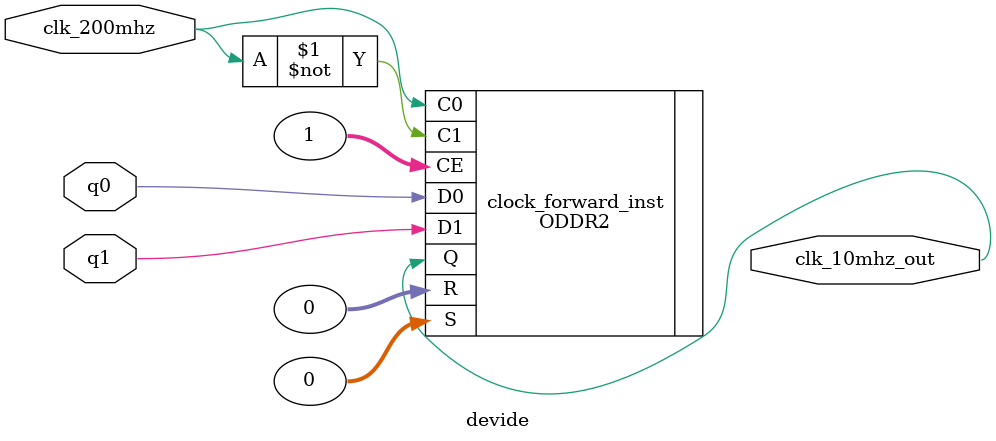
<source format=v>
`timescale 1ns / 1ps
module top(clk_200mhz, led_0);
input clk_200mhz;
output led_0;
wire clk_200mhz;
reg led_0;

reg [4:0] count_reg = 0;
reg q0 = 0;
reg q1 = 0;

always @(posedge clk_200mhz) begin
	  if (count_reg < 24) begin
			count_reg <= count_reg + 1;
	  end else begin
			count_reg <= 0;
	  end
	  q0 <= count_reg < 12;
	  q1 <= count_reg < 13;
end

always @(posedge clk_10mhz_out or negedge clk_10mhz_out) begin
if (clk_10mhz_out) begin
		led_0 = 1;
	end else begin
		led_0 = 0;
	end
end

devide d(clk_10mhz_out, clk_200mhz, q0, q1);

endmodule

module devide(clk_10mhz_out, clk_200mhz, q0, q1, );
output clk_10mhz_out;
input clk_200mhz, q0, q1;

   // Clock forwarding circuit using the double data-rate register
   //       Virtex-4/5/6
   // Xilinx HDL Language Template, version 14.7

   ODDR2 #(
      .DDR_ALIGNMENT("NONE"), // Sets output alignment to "NONE", "C0" or "C1" 
      .INIT(1'b0),    // Sets initial state of the Q output to 1'b0 or 1'b1
      .SRTYPE("SYNC") // Specifies "SYNC" or "ASYNC" set/reset
   ) clock_forward_inst (
      .Q(clk_10mhz_out),     // 1-bit DDR output data
      .C0(clk_200mhz),  // 1-bit clock input
      .C1(~clk_200mhz), // 1-bit clock input
      .CE(1),      // 1-bit clock enable input
      .D0(q0), // 1-bit data input (associated with C0)
      .D1(q1), // 1-bit data input (associated with C1)
      .R(0),   // 1-bit reset input
      .S(0)   // 1-bit set input
   );

   // End of clock_forward_inst instantiation

endmodule
</source>
